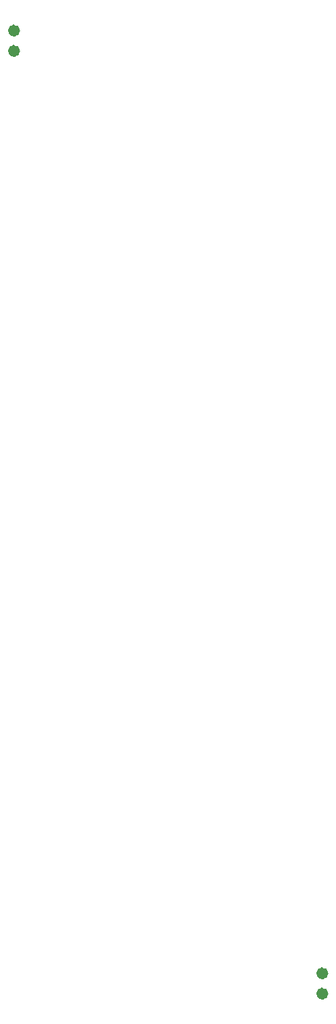
<source format=gbp>
G04*
G04 #@! TF.GenerationSoftware,Altium Limited,Altium Designer,25.4.2 (15)*
G04*
G04 Layer_Color=128*
%FSLAX44Y44*%
%MOMM*%
G71*
G04*
G04 #@! TF.SameCoordinates,B37D86E9-8EB0-469F-8F7F-38126ABF2200*
G04*
G04*
G04 #@! TF.FilePolarity,Positive*
G04*
G01*
G75*
%ADD15C,0.7500*%
D15*
X935930Y1996440D02*
G03*
X935930Y1996440I-3750J0D01*
G01*
Y2021840D02*
G03*
X935930Y2021840I-3750J0D01*
G01*
X1322010Y817880D02*
G03*
X1322010Y817880I-3750J0D01*
G01*
Y843280D02*
G03*
X1322010Y843280I-3750J0D01*
G01*
M02*

</source>
